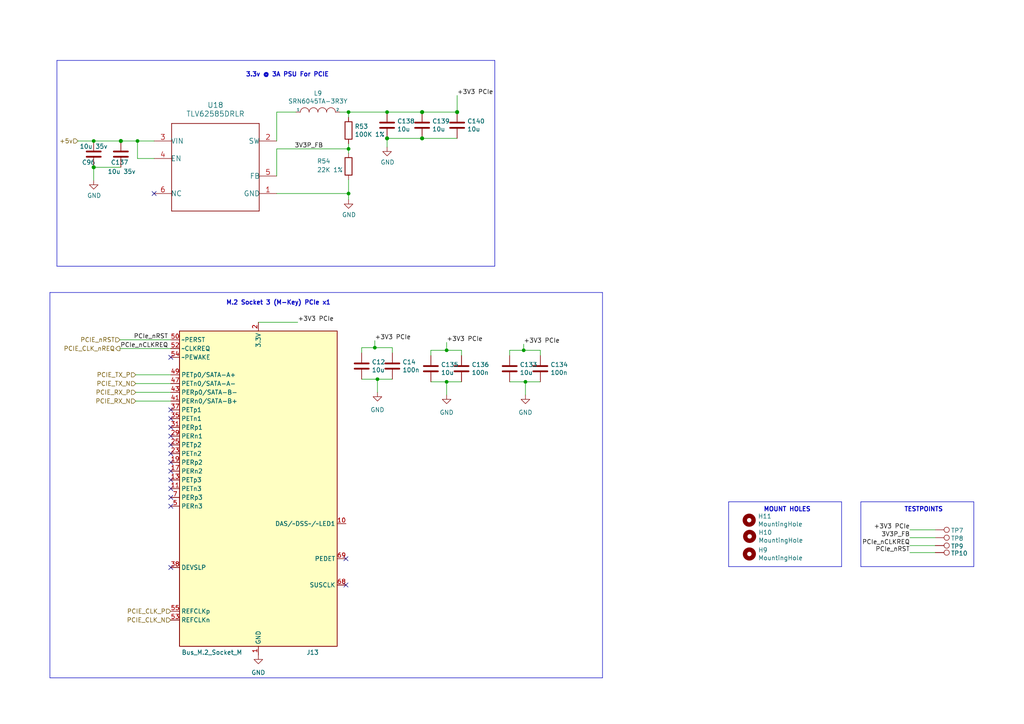
<source format=kicad_sch>
(kicad_sch (version 20210621) (generator eeschema)
  (paper "A4")
  (title_block (title "srvant-board MK1") (date "2021-07-14") (rev "rev-0.1dev"))
  (lib_symbols
    (symbol "Connector:Bus_M.2_Socket_M"
      (property "Reference" "J" (at -22.86 46.99 0))
      (property "Value" "Bus_M.2_Socket_M" (at 16.51 46.99 0))
      (symbol "Bus_M.2_Socket_M_0_1"
        (rectangle (start -22.86 45.72) (end 22.86 -45.72) (stroke (width 0.254)) (fill (type background)))
      )
      (symbol "Bus_M.2_Socket_M_1_1"
        (pin power_in line (at 0 -48.26 90) (length 2.54) (name "GND") (number "1"))
        (pin bidirectional line (at 25.4 -10.16 180) (length 2.54) (name "DAS/~DSS~/~LED1") (number "10"))
        (pin output line (at -25.4 0 0) (length 2.54) (name "PETn3") (number "11"))
        (pin passive line (at 0 48.26 270) (length 2.54) hide (name "3.3V") (number "12"))
        (pin output line (at -25.4 2.54 0) (length 2.54) (name "PETp3") (number "13"))
        (pin passive line (at 0 48.26 270) (length 2.54) hide (name "3.3V") (number "14"))
        (pin passive line (at 0 -48.26 90) (length 2.54) hide (name "GND") (number "15"))
        (pin passive line (at 0 48.26 270) (length 2.54) hide (name "3.3V") (number "16"))
        (pin input line (at -25.4 5.08 0) (length 2.54) (name "PERn2") (number "17"))
        (pin passive line (at 0 48.26 270) (length 2.54) hide (name "3.3V") (number "18"))
        (pin input line (at -25.4 7.62 0) (length 2.54) (name "PERp2") (number "19"))
        (pin power_in line (at 0 48.26 270) (length 2.54) (name "3.3V") (number "2"))
        (pin no_connect line (at 22.86 2.54 180) (length 2.54) hide (name "NC") (number "20"))
        (pin passive line (at 0 -48.26 90) (length 2.54) hide (name "GND") (number "21"))
        (pin no_connect line (at 22.86 5.08 180) (length 2.54) hide (name "NC") (number "22"))
        (pin output line (at -25.4 10.16 0) (length 2.54) (name "PETn2") (number "23"))
        (pin no_connect line (at 22.86 7.62 180) (length 2.54) hide (name "NC") (number "24"))
        (pin output line (at -25.4 12.7 0) (length 2.54) (name "PETp2") (number "25"))
        (pin no_connect line (at 22.86 10.16 180) (length 2.54) hide (name "NC") (number "26"))
        (pin passive line (at 0 -48.26 90) (length 2.54) hide (name "GND") (number "27"))
        (pin no_connect line (at 22.86 12.7 180) (length 2.54) hide (name "NC") (number "28"))
        (pin input line (at -25.4 15.24 0) (length 2.54) (name "PERn1") (number "29"))
        (pin passive line (at 0 -48.26 90) (length 2.54) hide (name "GND") (number "3"))
        (pin no_connect line (at 22.86 15.24 180) (length 2.54) hide (name "NC") (number "30"))
        (pin input line (at -25.4 17.78 0) (length 2.54) (name "PERp1") (number "31"))
        (pin no_connect line (at 22.86 17.78 180) (length 2.54) hide (name "NC") (number "32"))
        (pin passive line (at 0 -48.26 90) (length 2.54) hide (name "GND") (number "33"))
        (pin no_connect line (at 22.86 20.32 180) (length 2.54) hide (name "NC") (number "34"))
        (pin output line (at -25.4 20.32 0) (length 2.54) (name "PETn1") (number "35"))
        (pin no_connect line (at 22.86 22.86 180) (length 2.54) hide (name "NC") (number "36"))
        (pin output line (at -25.4 22.86 0) (length 2.54) (name "PETp1") (number "37"))
        (pin output line (at -25.4 -22.86 0) (length 2.54) (name "DEVSLP") (number "38"))
        (pin passive line (at 0 -48.26 90) (length 2.54) hide (name "GND") (number "39"))
        (pin passive line (at 0 48.26 270) (length 2.54) hide (name "3.3V") (number "4"))
        (pin no_connect line (at 22.86 25.4 180) (length 2.54) hide (name "NC") (number "40"))
        (pin input line (at -25.4 25.4 0) (length 2.54) (name "PERn0/SATA-B+") (number "41"))
        (pin no_connect line (at 22.86 27.94 180) (length 2.54) hide (name "NC") (number "42"))
        (pin input line (at -25.4 27.94 0) (length 2.54) (name "PERp0/SATA-B-") (number "43"))
        (pin no_connect line (at 22.86 30.48 180) (length 2.54) hide (name "NC") (number "44"))
        (pin passive line (at 0 -48.26 90) (length 2.54) hide (name "GND") (number "45"))
        (pin no_connect line (at 22.86 33.02 180) (length 2.54) hide (name "NC") (number "46"))
        (pin output line (at -25.4 30.48 0) (length 2.54) (name "PETn0/SATA-A-") (number "47"))
        (pin no_connect line (at 22.86 35.56 180) (length 2.54) hide (name "NC") (number "48"))
        (pin output line (at -25.4 33.02 0) (length 2.54) (name "PETp0/SATA-A+") (number "49"))
        (pin input line (at -25.4 -5.08 0) (length 2.54) (name "PERn3") (number "5"))
        (pin output line (at -25.4 43.18 0) (length 2.54) (name "~PERST") (number "50"))
        (pin passive line (at 0 -48.26 90) (length 2.54) hide (name "GND") (number "51"))
        (pin bidirectional line (at -25.4 40.64 0) (length 2.54) (name "~CLKREQ") (number "52"))
        (pin output line (at -25.4 -38.1 0) (length 2.54) (name "REFCLKn") (number "53"))
        (pin bidirectional line (at -25.4 38.1 0) (length 2.54) (name "~PEWAKE") (number "54"))
        (pin output line (at -25.4 -35.56 0) (length 2.54) (name "REFCLKp") (number "55"))
        (pin no_connect line (at 22.86 38.1 180) (length 2.54) hide (name "NC") (number "56"))
        (pin passive line (at 0 -48.26 90) (length 2.54) hide (name "GND") (number "57"))
        (pin no_connect line (at 22.86 40.64 180) (length 2.54) hide (name "NC") (number "58"))
        (pin no_connect line (at 22.86 -2.54 180) (length 2.54) hide (name "NC") (number "6"))
        (pin no_connect line (at 22.86 -5.08 180) (length 2.54) hide (name "NC") (number "67"))
        (pin output line (at 25.4 -27.94 180) (length 2.54) (name "SUSCLK") (number "68"))
        (pin passive line (at 25.4 -20.32 180) (length 2.54) (name "PEDET") (number "69"))
        (pin input line (at -25.4 -2.54 0) (length 2.54) (name "PERp3") (number "7"))
        (pin passive line (at 0 48.26 270) (length 2.54) hide (name "3.3V") (number "70"))
        (pin passive line (at 0 -48.26 90) (length 2.54) hide (name "GND") (number "71"))
        (pin passive line (at 0 48.26 270) (length 2.54) hide (name "3.3V") (number "72"))
        (pin passive line (at 0 -48.26 90) (length 2.54) hide (name "GND") (number "73"))
        (pin passive line (at 0 48.26 270) (length 2.54) hide (name "3.3V") (number "74"))
        (pin passive line (at 0 -48.26 90) (length 2.54) hide (name "GND") (number "75"))
        (pin no_connect line (at 22.86 0 180) (length 2.54) hide (name "NC") (number "8"))
        (pin passive line (at 0 -48.26 90) (length 2.54) hide (name "GND") (number "9"))
      )
    )
    (symbol "Connector:TestPoint" (pin_numbers hide) (pin_names (offset 0.762) hide)
      (property "Reference" "TP" (at 0 6.858 0))
      (property "Value" "TestPoint" (at 0 5.08 0))
      (symbol "TestPoint_0_1"
        (circle (center 0 3.302) (radius 0.762))
      )
      (symbol "TestPoint_1_1"
        (pin passive line (at 0 0 90) (length 2.54) (name "1") (number "1"))
      )
    )
    (symbol "Device:C" (pin_numbers hide) (pin_names (offset 0.254))
      (property "Reference" "C" (at 0.635 2.54 0))
      (property "Value" "C" (at 0.635 -2.54 0))
      (symbol "C_0_1"
        (polyline (pts (xy -2.032 -0.762) (xy 2.032 -0.762)) (stroke (width 0.508)))
        (polyline (pts (xy -2.032 0.762) (xy 2.032 0.762)) (stroke (width 0.508)))
      )
      (symbol "C_1_1"
        (pin passive line (at 0 3.81 270) (length 2.794) (name "~") (number "1"))
        (pin passive line (at 0 -3.81 90) (length 2.794) (name "~") (number "2"))
      )
    )
    (symbol "Device:R" (pin_numbers hide) (pin_names (offset 0))
      (property "Reference" "R" (at 2.032 0 90))
      (property "Value" "R" (at 0 0 90))
      (symbol "R_0_1"
        (rectangle (start -1.016 -2.54) (end 1.016 2.54) (stroke (width 0.254)))
      )
      (symbol "R_1_1"
        (pin passive line (at 0 3.81 270) (length 1.27) (name "~") (number "1"))
        (pin passive line (at 0 -3.81 90) (length 1.27) (name "~") (number "2"))
      )
    )
    (symbol "Mechanical:MountingHole"
      (property "Reference" "H" (at 0 5.08 0))
      (property "Value" "MountingHole" (at 0 3.175 0))
      (symbol "MountingHole_0_1"
        (circle (center 0 0) (radius 1.27) (stroke (width 1.27)))
      )
    )
    (symbol "TLV62585DRLR:TLV62585DRLR" (pin_names (offset -0.254))
      (property "Reference" "U" (at 0 2.54 0))
      (property "Value" "TLV62585DRLR" (at 0 0 0))
      (symbol "TLV62585DRLR_1_1"
        (polyline (pts (xy -12.7 -12.7) (xy 12.7 -12.7)) (stroke (width 0.2032)))
        (polyline (pts (xy -12.7 12.7) (xy -12.7 -12.7)) (stroke (width 0.2032)))
        (polyline (pts (xy 12.7 -12.7) (xy 12.7 12.7)) (stroke (width 0.2032)))
        (polyline (pts (xy 12.7 12.7) (xy -12.7 12.7)) (stroke (width 0.2032)))
        (pin power_in line (at 17.78 -7.62 180) (length 5.08) (name "GND") (number "1"))
        (pin power_in line (at 17.78 7.62 180) (length 5.08) (name "SW") (number "2"))
        (pin power_in line (at -17.78 7.62 0) (length 5.08) (name "VIN") (number "3"))
        (pin input line (at -17.78 2.54 0) (length 5.08) (name "EN") (number "4"))
        (pin input line (at 17.78 -2.54 180) (length 5.08) (name "FB") (number "5"))
        (pin unspecified line (at -17.78 -7.62 0) (length 5.08) (name "NC") (number "6"))
      )
    )
    (symbol "power:GND" (power) (pin_names (offset 0))
      (property "Value" "GND" (at 0 -3.81 0))
      (symbol "GND_0_1"
        (polyline (pts (xy 0 0) (xy 0 -1.27) (xy 1.27 -1.27) (xy 0 -2.54) (xy -1.27 -1.27) (xy 0 -1.27)))
      )
      (symbol "GND_1_1"
        (pin power_in line (at 0 0 270) (length 0) hide (name "GND") (number "1"))
      )
    )
    (symbol "pspice:INDUCTOR" (pin_numbers hide) (pin_names (offset 0))
      (property "Reference" "L" (at 0 2.54 0))
      (property "Value" "INDUCTOR" (at 0 -1.27 0))
      (symbol "INDUCTOR_0_1"
        (arc (start -2.54 0) (end -5.08 0) (radius (at -3.81 0) (length 1.27) (angles 0.1 179.9)))
        (arc (start 0 0) (end -2.54 0) (radius (at -1.27 0) (length 1.27) (angles 0.1 179.9)))
        (arc (start 2.54 0) (end 0 0) (radius (at 1.27 0) (length 1.27) (angles 0.1 179.9)))
        (arc (start 5.08 0) (end 2.54 0) (radius (at 3.81 0) (length 1.27) (angles 0.1 179.9)))
      )
      (symbol "INDUCTOR_1_1"
        (pin input line (at -6.35 0 0) (length 1.27) (name "1") (number "1"))
        (pin input line (at 6.35 0 180) (length 1.27) (name "2") (number "2"))
      )
    )
  )
  (junction (at 27.178 40.894) (diameter 0.9144))
  (junction (at 27.178 48.514) (diameter 1.016))
  (junction (at 35.052 40.894) (diameter 1.016))
  (junction (at 39.878 40.894) (diameter 0.9144))
  (junction (at 101.092 32.512) (diameter 0.9144))
  (junction (at 101.092 43.18) (diameter 0.9144))
  (junction (at 101.092 56.134) (diameter 0.9144))
  (junction (at 108.712 100.838) (diameter 0.9144))
  (junction (at 109.474 109.982) (diameter 0.9144))
  (junction (at 112.268 32.512) (diameter 0.9144))
  (junction (at 112.268 40.132) (diameter 1.016))
  (junction (at 122.428 32.512) (diameter 1.016))
  (junction (at 122.428 40.132) (diameter 1.016))
  (junction (at 129.54 101.6) (diameter 0.9144))
  (junction (at 129.54 110.744) (diameter 0.9144))
  (junction (at 132.588 32.512) (diameter 1.016))
  (junction (at 151.892 101.6) (diameter 0.9144))
  (junction (at 152.4 110.744) (diameter 0.9144))
  (no_connect (at 44.704 56.134))
  (no_connect (at 49.53 103.632))
  (no_connect (at 49.53 118.872))
  (no_connect (at 49.53 121.412))
  (no_connect (at 49.53 123.952))
  (no_connect (at 49.53 126.492))
  (no_connect (at 49.53 129.032))
  (no_connect (at 49.53 131.572))
  (no_connect (at 49.53 134.112))
  (no_connect (at 49.53 136.652))
  (no_connect (at 49.53 139.192))
  (no_connect (at 49.53 141.732))
  (no_connect (at 49.53 144.272))
  (no_connect (at 49.53 146.812))
  (no_connect (at 49.53 164.592))
  (no_connect (at 100.33 162.052))
  (no_connect (at 100.33 169.672))
  (wire (pts (xy 22.606 40.894) (xy 27.178 40.894)))
  (wire (pts (xy 27.178 40.894) (xy 35.052 40.894)))
  (wire (pts (xy 27.178 48.514) (xy 27.178 52.324)))
  (wire (pts (xy 27.178 48.514) (xy 35.052 48.514)))
  (wire (pts (xy 34.798 98.552) (xy 49.53 98.552)))
  (wire (pts (xy 34.798 101.092) (xy 49.53 101.092)))
  (wire (pts (xy 35.052 40.894) (xy 39.878 40.894)))
  (wire (pts (xy 39.37 108.712) (xy 49.53 108.712)))
  (wire (pts (xy 39.37 111.252) (xy 49.53 111.252)))
  (wire (pts (xy 39.37 113.792) (xy 49.53 113.792)))
  (wire (pts (xy 39.37 116.332) (xy 49.53 116.332)))
  (wire (pts (xy 39.878 40.894) (xy 44.704 40.894)))
  (wire (pts (xy 39.878 45.974) (xy 39.878 40.894)))
  (wire (pts (xy 44.704 45.974) (xy 39.878 45.974)))
  (wire (pts (xy 74.93 93.472) (xy 86.36 93.472)))
  (wire (pts (xy 80.264 32.512) (xy 85.852 32.512)))
  (wire (pts (xy 80.264 40.894) (xy 80.264 32.512)))
  (wire (pts (xy 80.264 43.18) (xy 101.092 43.18)))
  (wire (pts (xy 80.264 51.054) (xy 80.264 43.18)))
  (wire (pts (xy 80.264 56.134) (xy 101.092 56.134)))
  (wire (pts (xy 98.552 32.512) (xy 101.092 32.512)))
  (wire (pts (xy 101.092 32.512) (xy 101.092 34.036)))
  (wire (pts (xy 101.092 32.512) (xy 112.268 32.512)))
  (wire (pts (xy 101.092 41.656) (xy 101.092 43.18)))
  (wire (pts (xy 101.092 43.18) (xy 101.092 44.45)))
  (wire (pts (xy 101.092 52.07) (xy 101.092 56.134)))
  (wire (pts (xy 101.092 56.134) (xy 101.092 57.912)))
  (wire (pts (xy 104.902 100.838) (xy 108.712 100.838)))
  (wire (pts (xy 104.902 102.362) (xy 104.902 100.838)))
  (wire (pts (xy 104.902 109.982) (xy 109.474 109.982)))
  (wire (pts (xy 108.712 98.806) (xy 108.712 100.838)))
  (wire (pts (xy 108.712 100.838) (xy 113.792 100.838)))
  (wire (pts (xy 109.474 109.982) (xy 109.474 113.792)))
  (wire (pts (xy 109.474 109.982) (xy 113.792 109.982)))
  (wire (pts (xy 112.268 32.512) (xy 122.428 32.512)))
  (wire (pts (xy 112.268 40.132) (xy 112.268 42.672)))
  (wire (pts (xy 113.792 100.838) (xy 113.792 102.362)))
  (wire (pts (xy 122.428 32.512) (xy 132.588 32.512)))
  (wire (pts (xy 122.428 40.132) (xy 112.268 40.132)))
  (wire (pts (xy 124.968 101.6) (xy 129.54 101.6)))
  (wire (pts (xy 124.968 103.124) (xy 124.968 101.6)))
  (wire (pts (xy 124.968 110.744) (xy 129.54 110.744)))
  (wire (pts (xy 129.54 99.314) (xy 129.54 101.6)))
  (wire (pts (xy 129.54 101.6) (xy 133.858 101.6)))
  (wire (pts (xy 129.54 110.744) (xy 129.54 114.554)))
  (wire (pts (xy 129.54 110.744) (xy 133.858 110.744)))
  (wire (pts (xy 132.588 32.512) (xy 132.588 27.686)))
  (wire (pts (xy 132.588 40.132) (xy 122.428 40.132)))
  (wire (pts (xy 133.858 101.6) (xy 133.858 103.124)))
  (wire (pts (xy 147.828 101.6) (xy 151.892 101.6)))
  (wire (pts (xy 147.828 103.124) (xy 147.828 101.6)))
  (wire (pts (xy 147.828 110.744) (xy 152.4 110.744)))
  (wire (pts (xy 151.892 99.822) (xy 151.892 101.6)))
  (wire (pts (xy 151.892 101.6) (xy 156.718 101.6)))
  (wire (pts (xy 152.4 110.744) (xy 152.4 114.554)))
  (wire (pts (xy 152.4 110.744) (xy 156.718 110.744)))
  (wire (pts (xy 156.718 101.6) (xy 156.718 103.124)))
  (wire (pts (xy 263.906 153.67) (xy 271.272 153.67)))
  (wire (pts (xy 263.906 155.956) (xy 271.272 155.956)))
  (wire (pts (xy 263.906 158.242) (xy 271.272 158.242)))
  (wire (pts (xy 263.906 160.274) (xy 271.272 160.274)))
  (polyline (pts (xy 14.478 84.836) (xy 14.478 196.596)) (stroke (width 0.1524) (type solid)))
  (polyline (pts (xy 14.478 84.836) (xy 174.752 84.836)) (stroke (width 0.1524) (type solid)))
  (polyline (pts (xy 14.478 196.596) (xy 174.752 196.596)) (stroke (width 0.1524) (type solid)))
  (polyline (pts (xy 16.51 17.526) (xy 16.51 77.216)) (stroke (width 0) (type solid)))
  (polyline (pts (xy 16.51 17.526) (xy 143.51 17.526)) (stroke (width 0) (type solid)))
  (polyline (pts (xy 143.51 17.526) (xy 143.51 77.216)) (stroke (width 0) (type solid)))
  (polyline (pts (xy 143.51 77.216) (xy 16.51 77.216)) (stroke (width 0) (type solid)))
  (polyline (pts (xy 174.752 196.596) (xy 174.752 84.836)) (stroke (width 0.1524) (type solid)))
  (polyline (pts (xy 211.328 164.338) (xy 211.328 145.542)) (stroke (width 0.1524) (type solid)))
  (polyline (pts (xy 244.094 145.542) (xy 211.328 145.542)) (stroke (width 0) (type solid)))
  (polyline (pts (xy 244.094 145.542) (xy 244.094 164.338)) (stroke (width 0.1524) (type solid)))
  (polyline (pts (xy 244.094 164.338) (xy 211.328 164.338)) (stroke (width 0.1524) (type solid)))
  (polyline (pts (xy 249.682 164.338) (xy 249.682 145.542)) (stroke (width 0.1524) (type solid)))
  (polyline (pts (xy 282.448 145.542) (xy 249.682 145.542)) (stroke (width 0) (type solid)))
  (polyline (pts (xy 282.448 145.542) (xy 282.448 164.338)) (stroke (width 0.1524) (type solid)))
  (polyline (pts (xy 282.448 164.338) (xy 249.682 164.338)) (stroke (width 0.1524) (type solid)))
  (text "M.2 Socket 3 (M-Key) PCIe x1" (at 65.532 88.646 0) (effects (font (size 1.27 1.27) (thickness 0.254) bold) (justify left bottom)))
  (text "3.3v @ 3A PSU For PCIE\n\n" (at 71.247 24.511 0) (effects (font (size 1.27 1.27) (thickness 0.254) bold) (justify left bottom)))
  (text "MOUNT HOLES" (at 235.204 148.59 180) (effects (font (size 1.27 1.27) (thickness 0.254) bold) (justify right bottom)))
  (text "TESTPOINTS" (at 273.558 148.59 180) (effects (font (size 1.27 1.27) (thickness 0.254) bold) (justify right bottom)))
  (label "PCIe_nRST" (at 48.768 98.552 180))
  (label "PCIe_nCLKREQ" (at 48.768 101.092 180))
  (label "+3V3 PCIe" (at 86.36 93.472 0))
  (label "3V3P_FB" (at 93.726 43.18 180))
  (label "+3V3 PCIe" (at 108.712 98.806 0))
  (label "+3V3 PCIe" (at 129.54 99.314 0))
  (label "+3V3 PCIe" (at 132.588 27.686 0))
  (label "+3V3 PCIe" (at 151.892 99.822 0))
  (label "+3V3 PCIe" (at 263.906 153.67 180))
  (label "3V3P_FB" (at 263.906 155.956 180))
  (label "PCIe_nCLKREQ" (at 263.906 158.242 180))
  (label "PCIe_nRST" (at 263.906 160.274 180))
  (hierarchical_label "+5v" (shape input) (at 22.606 40.894 180))
  (hierarchical_label "PCIE_nRST" (shape input) (at 34.798 98.552 180))
  (hierarchical_label "PCIE_CLK_nREQ" (shape output) (at 34.798 101.092 180))
  (hierarchical_label "PCIE_TX_P" (shape input) (at 39.37 108.712 180))
  (hierarchical_label "PCIE_TX_N" (shape input) (at 39.37 111.252 180))
  (hierarchical_label "PCIE_RX_P" (shape input) (at 39.37 113.792 180))
  (hierarchical_label "PCIE_RX_N" (shape input) (at 39.37 116.332 180))
  (hierarchical_label "PCIE_CLK_P" (shape input) (at 49.53 177.292 180))
  (hierarchical_label "PCIE_CLK_N" (shape input) (at 49.53 179.832 180))
  (symbol (lib_id "Connector:TestPoint") (at 271.272 153.67 270) (unit 1)
    (property "Reference" "TP7" (at 275.7932 153.8732 90) (effects (justify left)))
    (property "Value" "TestPoint" (effects hide))
    (property "Footprint" "TestPoint:TestPoint_Pad_1.5x1.5mm" (effects hide))
    (property "Field4" "nf" (effects hide))
    (property "Field5" "nf" (effects hide))
    (property "Field6" "nf" (effects hide))
    (property "Field7" "nf" (effects hide))
  )
  (symbol (lib_id "Connector:TestPoint") (at 271.272 155.956 270) (unit 1)
    (property "Reference" "TP8" (at 275.7932 156.1592 90) (effects (justify left)))
    (property "Value" "TestPoint" (effects hide))
    (property "Footprint" "TestPoint:TestPoint_Pad_2.0x2.0mm" (effects hide))
    (property "Field4" "nf" (effects hide))
    (property "Field5" "nf" (effects hide))
    (property "Field6" "nf" (effects hide))
    (property "Field7" "nf" (effects hide))
  )
  (symbol (lib_id "Connector:TestPoint") (at 271.272 158.242 270) (unit 1)
    (property "Reference" "TP9" (at 275.7932 158.4452 90) (effects (justify left)))
    (property "Value" "TestPoint" (effects hide))
    (property "Footprint" "TestPoint:TestPoint_Pad_2.0x2.0mm" (effects hide))
    (property "Field4" "nf" (effects hide))
    (property "Field5" "nf" (effects hide))
    (property "Field6" "nf" (effects hide))
    (property "Field7" "nf" (effects hide))
  )
  (symbol (lib_id "Connector:TestPoint") (at 271.272 160.274 270) (unit 1)
    (property "Reference" "TP10" (at 275.7932 160.4772 90) (effects (justify left)))
    (property "Value" "TestPoint" (effects hide))
    (property "Footprint" "TestPoint:TestPoint_Pad_2.0x2.0mm" (effects hide))
    (property "Field4" "nf" (effects hide))
    (property "Field5" "nf" (effects hide))
    (property "Field6" "nf" (effects hide))
    (property "Field7" "nf" (effects hide))
  )
  (symbol (lib_id "power:GND") (at 27.178 52.324 0) (unit 1)
    (property "Reference" "#PWR0132" (effects hide))
    (property "Value" "GND" (at 27.305 56.7182 0))
  )
  (symbol (lib_id "power:GND") (at 74.93 189.992 0) (unit 1)
    (property "Reference" "#PWR0193" (effects hide))
    (property "Value" "GND" (at 74.93 195.072 0))
  )
  (symbol (lib_id "power:GND") (at 101.092 57.912 0) (unit 1)
    (property "Reference" "#PWR0139" (effects hide))
    (property "Value" "GND" (at 101.219 62.3062 0))
  )
  (symbol (lib_id "power:GND") (at 109.474 113.792 0) (unit 1)
    (property "Reference" "#PWR0217" (effects hide))
    (property "Value" "GND" (at 109.474 118.872 0))
  )
  (symbol (lib_id "power:GND") (at 112.268 42.672 0) (unit 1)
    (property "Reference" "#PWR0183" (effects hide))
    (property "Value" "GND" (at 112.395 47.0662 0))
  )
  (symbol (lib_id "power:GND") (at 129.54 114.554 0) (unit 1)
    (property "Reference" "#PWR0216" (effects hide))
    (property "Value" "GND" (at 129.54 119.634 0))
  )
  (symbol (lib_id "power:GND") (at 152.4 114.554 0) (unit 1)
    (property "Reference" "#PWR0215" (effects hide))
    (property "Value" "GND" (at 152.4 119.634 0))
  )
  (symbol (lib_id "Mechanical:MountingHole") (at 217.297 150.876 0) (unit 1)
    (property "Reference" "H11" (at 219.837 149.733 0) (effects (justify left)))
    (property "Value" "MountingHole" (at 219.837 152.019 0) (effects (justify left)))
    (property "Footprint" "MountingHole:MountingHole_2.5mm_Pad_TopOnly" (effects hide))
    (property "Datasheet" "~{}" (effects hide))
    (property "Field4" "nf" (effects hide))
    (property "Field5" "nf" (effects hide))
    (property "Field6" "nf" (effects hide))
    (property "Field7" "nf" (effects hide))
    (property "Part Description" "M2.5 mounting hole" (effects hide))
  )
  (symbol (lib_id "Mechanical:MountingHole") (at 217.3478 160.6804 0) (unit 1)
    (property "Reference" "H9" (at 219.8878 159.5374 0) (effects (justify left)))
    (property "Value" "MountingHole" (at 219.8878 161.8234 0) (effects (justify left)))
    (property "Footprint" "MountingHole:MountingHole_2.5mm_Pad_TopOnly" (effects hide))
    (property "Datasheet" "~{}" (effects hide))
    (property "Field4" "nf" (effects hide))
    (property "Field5" "nf" (effects hide))
    (property "Field6" "nf" (effects hide))
    (property "Field7" "nf" (effects hide))
    (property "Part Description" "M2.5 mounting hole" (effects hide))
  )
  (symbol (lib_id "Mechanical:MountingHole") (at 217.424 155.575 0) (unit 1)
    (property "Reference" "H10" (at 219.964 154.432 0) (effects (justify left)))
    (property "Value" "MountingHole" (at 219.964 156.718 0) (effects (justify left)))
    (property "Footprint" "MountingHole:MountingHole_2.5mm_Pad_TopOnly" (effects hide))
    (property "Datasheet" "~{}" (effects hide))
    (property "Field4" "nf" (effects hide))
    (property "Field5" "nf" (effects hide))
    (property "Field6" "nf" (effects hide))
    (property "Field7" "nf" (effects hide))
    (property "Part Description" "M2.5 mounting hole" (effects hide))
  )
  (symbol (lib_id "Device:R") (at 101.092 37.846 0) (unit 1)
    (property "Reference" "R53" (at 102.87 36.6776 0) (effects (justify left)))
    (property "Value" "100K 1%" (at 102.87 38.989 0) (effects (justify left)))
    (property "Footprint" "Resistor_SMD:R_0402_1005Metric" (effects hide))
    (property "Datasheet" "https://fscdn.rohm.com/en/products/databook/datasheet/passive/resistor/chip_resistor/mcr-e.pdf" (effects hide))
    (property "Field4" "Farnell" (effects hide))
    (property "Field5" "9239375" (effects hide))
    (property "Field6" "MCR01MZPF1502" (effects hide))
    (property "Field7" "Rohm" (effects hide))
    (property "Part Description" "Resistor 100K M1005 1% 63mW" (effects hide))
    (property "Field8" "120891581" (effects hide))
  )
  (symbol (lib_id "Device:R") (at 101.092 48.26 0) (unit 1)
    (property "Reference" "R54" (at 91.948 46.736 0) (effects (justify left)))
    (property "Value" "22K 1%" (at 91.948 49.276 0) (effects (justify left)))
    (property "Footprint" "Resistor_SMD:R_0402_1005Metric" (effects hide))
    (property "Datasheet" "https://fscdn.rohm.com/en/products/databook/datasheet/passive/resistor/chip_resistor/mcr-e.pdf" (effects hide))
    (property "Field4" "Farnell" (effects hide))
    (property "Field5" "9239430" (effects hide))
    (property "Field7" "KOA EUROPE GMBH" (effects hide))
    (property "Field6" "RK73G1ETQTP4702D  " (effects hide))
    (property "Part Description" "Resistor 22K M1005 1% 63mW" (effects hide))
    (property "Field8" "120892781" (effects hide))
  )
  (symbol (lib_id "pspice:INDUCTOR") (at 92.202 32.512 0) (unit 1)
    (property "Reference" "L9" (at 92.202 27.051 0))
    (property "Value" "SRN6045TA-3R3Y" (at 92.202 29.3624 0))
    (property "Footprint" "Inductor_SMD:L_Bourns_SRN6045TA" (effects hide))
    (property "Datasheet" "https://www.bourns.com/docs/Product-Datasheets/SRN6045TA.pdf" (effects hide))
    (property "Field4" "Farnell" (effects hide))
    (property "Field5" "2616889" (effects hide))
    (property "Field6" "SRN6045TA-3R3Y" (effects hide))
    (property "Field7" "Bourns" (effects hide))
    (property "Part Description" "3.3µH Semi-Shielded Wirewound Inductor 7.8A 21mOhm Nonstandard" (effects hide))
  )
  (symbol (lib_id "Device:C") (at 27.178 44.704 0) (unit 1)
    (property "Reference" "C96" (at 23.749 47.0916 0) (effects (justify left)))
    (property "Value" "10u 35v" (at 23.0886 42.4688 0) (effects (justify left)))
    (property "Footprint" "Capacitor_SMD:C_0805_2012Metric" (effects hide))
    (property "Datasheet" "https://www.murata.com/en-global/products/productdetail.aspx?partno=GRM21BC8YA106ME11%23" (effects hide))
    (property "Field5" "490-10505-1-ND" (effects hide))
    (property "Field4" "Digikey" (effects hide))
    (property "Field6" "GRM21BC8YA106KE11L " (effects hide))
    (property "Field7" "Murata" (effects hide))
    (property "Part Description" "	10uF 10% or 20% 35V Ceramic Capacitor X6S 0805 (2012 Metric)" (effects hide))
  )
  (symbol (lib_id "Device:C") (at 35.052 44.704 0) (unit 1)
    (property "Reference" "C137" (at 32.131 47.0916 0) (effects (justify left)))
    (property "Value" "10u 35v" (at 31.2166 49.7586 0) (effects (justify left)))
    (property "Footprint" "Capacitor_SMD:C_0805_2012Metric" (effects hide))
    (property "Datasheet" "https://www.murata.com/en-global/products/productdetail.aspx?partno=GRM21BC8YA106ME11%23" (effects hide))
    (property "Field5" "490-10505-1-ND" (effects hide))
    (property "Field4" "Digikey" (effects hide))
    (property "Field6" "GRM21BC8YA106KE11L " (effects hide))
    (property "Field7" "Murata" (effects hide))
    (property "Part Description" "	10uF 10% or 20% 35V Ceramic Capacitor X6S 0805 (2012 Metric)" (effects hide))
  )
  (symbol (lib_id "Device:C") (at 104.902 106.172 0) (unit 1)
    (property "Reference" "C12" (at 107.823 105.0036 0) (effects (justify left)))
    (property "Value" "10u" (at 107.823 107.315 0) (effects (justify left)))
    (property "Footprint" "Capacitor_SMD:C_0805_2012Metric" (effects hide))
    (property "Datasheet" "https://search.murata.co.jp/Ceramy/image/img/A01X/G101/ENG/GRM21BR71A106KA73-01.pdf" (effects hide))
    (property "Field5" "490-14381-1-ND" (effects hide))
    (property "Field4" "Digikey" (effects hide))
    (property "Field6" "GRM21BR71A106KA73L" (effects hide))
    (property "Field7" "Murata" (effects hide))
    (property "Part Description" "	10uF 10% 10V Ceramic Capacitor X7R 0805 (2012 Metric)" (effects hide))
    (property "Field8" "111893011" (effects hide))
  )
  (symbol (lib_id "Device:C") (at 112.268 36.322 0) (unit 1)
    (property "Reference" "C138" (at 115.189 35.1536 0) (effects (justify left)))
    (property "Value" "10u" (at 115.189 37.465 0) (effects (justify left)))
    (property "Footprint" "Capacitor_SMD:C_0805_2012Metric" (effects hide))
    (property "Datasheet" "https://search.murata.co.jp/Ceramy/image/img/A01X/G101/ENG/GRM21BR71A106KA73-01.pdf" (effects hide))
    (property "Field5" "490-14381-1-ND" (effects hide))
    (property "Field4" "Digikey" (effects hide))
    (property "Field6" "GRM21BR71A106KA73L" (effects hide))
    (property "Field7" "Murata" (effects hide))
    (property "Part Description" "	10uF 10% 10V Ceramic Capacitor X7R 0805 (2012 Metric)" (effects hide))
    (property "Field8" "111893011" (effects hide))
  )
  (symbol (lib_id "Device:C") (at 113.792 106.172 0) (unit 1)
    (property "Reference" "C14" (at 116.713 105.0036 0) (effects (justify left)))
    (property "Value" "100n" (at 116.713 107.315 0) (effects (justify left)))
    (property "Footprint" "Capacitor_SMD:C_0805_2012Metric" (effects hide))
    (property "Datasheet" "https://search.murata.co.jp/Ceramy/image/img/A01X/G101/ENG/GRM155R71C104KA88-01.pdf" (effects hide))
    (property "Field4" "Farnell" (effects hide))
    (property "Field5" "2611911" (effects hide))
    (property "Field6" "RM EMK105 B7104KV-F" (effects hide))
    (property "Field7" "TAIYO YUDEN EUROPE GMBH" (effects hide))
    (property "Part Description" "	0.1uF 10% 16V Ceramic Capacitor X7R 0402 (1005 Metric)" (effects hide))
    (property "Field8" "110091611" (effects hide))
  )
  (symbol (lib_id "Device:C") (at 122.428 36.322 0) (unit 1)
    (property "Reference" "C139" (at 125.349 35.1536 0) (effects (justify left)))
    (property "Value" "10u" (at 125.349 37.465 0) (effects (justify left)))
    (property "Footprint" "Capacitor_SMD:C_0805_2012Metric" (effects hide))
    (property "Datasheet" "https://search.murata.co.jp/Ceramy/image/img/A01X/G101/ENG/GRM21BR71A106KA73-01.pdf" (effects hide))
    (property "Field5" "490-14381-1-ND" (effects hide))
    (property "Field4" "Digikey" (effects hide))
    (property "Field6" "GRM21BR71A106KA73L" (effects hide))
    (property "Field7" "Murata" (effects hide))
    (property "Part Description" "	10uF 10% 10V Ceramic Capacitor X7R 0805 (2012 Metric)" (effects hide))
    (property "Field8" "111893011" (effects hide))
  )
  (symbol (lib_id "Device:C") (at 124.968 106.934 0) (unit 1)
    (property "Reference" "C135" (at 127.889 105.7656 0) (effects (justify left)))
    (property "Value" "10u" (at 127.889 108.077 0) (effects (justify left)))
    (property "Footprint" "Capacitor_SMD:C_0805_2012Metric" (effects hide))
    (property "Datasheet" "https://search.murata.co.jp/Ceramy/image/img/A01X/G101/ENG/GRM21BR71A106KA73-01.pdf" (effects hide))
    (property "Field5" "490-14381-1-ND" (effects hide))
    (property "Field4" "Digikey" (effects hide))
    (property "Field6" "GRM21BR71A106KA73L" (effects hide))
    (property "Field7" "Murata" (effects hide))
    (property "Part Description" "	10uF 10% 10V Ceramic Capacitor X7R 0805 (2012 Metric)" (effects hide))
    (property "Field8" "111893011" (effects hide))
  )
  (symbol (lib_id "Device:C") (at 132.588 36.322 0) (unit 1)
    (property "Reference" "C140" (at 135.509 35.1536 0) (effects (justify left)))
    (property "Value" "10u" (at 135.509 37.465 0) (effects (justify left)))
    (property "Footprint" "Capacitor_SMD:C_0805_2012Metric" (effects hide))
    (property "Datasheet" "https://search.murata.co.jp/Ceramy/image/img/A01X/G101/ENG/GRM21BR71A106KA73-01.pdf" (effects hide))
    (property "Field5" "490-14381-1-ND" (effects hide))
    (property "Field4" "Digikey" (effects hide))
    (property "Field6" "GRM21BR71A106KA73L" (effects hide))
    (property "Field7" "Murata" (effects hide))
    (property "Part Description" "	10uF 10% 10V Ceramic Capacitor X7R 0805 (2012 Metric)" (effects hide))
    (property "Field8" "111893011" (effects hide))
  )
  (symbol (lib_id "Device:C") (at 133.858 106.934 0) (unit 1)
    (property "Reference" "C136" (at 136.779 105.7656 0) (effects (justify left)))
    (property "Value" "100n" (at 136.779 108.077 0) (effects (justify left)))
    (property "Footprint" "Capacitor_SMD:C_0805_2012Metric" (effects hide))
    (property "Datasheet" "https://search.murata.co.jp/Ceramy/image/img/A01X/G101/ENG/GRM155R71C104KA88-01.pdf" (effects hide))
    (property "Field4" "Farnell" (effects hide))
    (property "Field5" "2611911" (effects hide))
    (property "Field6" "RM EMK105 B7104KV-F" (effects hide))
    (property "Field7" "TAIYO YUDEN EUROPE GMBH" (effects hide))
    (property "Part Description" "	0.1uF 10% 16V Ceramic Capacitor X7R 0402 (1005 Metric)" (effects hide))
    (property "Field8" "110091611" (effects hide))
  )
  (symbol (lib_id "Device:C") (at 147.828 106.934 0) (unit 1)
    (property "Reference" "C133" (at 150.749 105.7656 0) (effects (justify left)))
    (property "Value" "10u" (at 150.749 108.077 0) (effects (justify left)))
    (property "Footprint" "Capacitor_SMD:C_0805_2012Metric" (effects hide))
    (property "Datasheet" "https://search.murata.co.jp/Ceramy/image/img/A01X/G101/ENG/GRM21BR71A106KA73-01.pdf" (effects hide))
    (property "Field5" "490-14381-1-ND" (effects hide))
    (property "Field4" "Digikey" (effects hide))
    (property "Field6" "GRM21BR71A106KA73L" (effects hide))
    (property "Field7" "Murata" (effects hide))
    (property "Part Description" "	10uF 10% 10V Ceramic Capacitor X7R 0805 (2012 Metric)" (effects hide))
    (property "Field8" "111893011" (effects hide))
  )
  (symbol (lib_id "Device:C") (at 156.718 106.934 0) (unit 1)
    (property "Reference" "C134" (at 159.639 105.7656 0) (effects (justify left)))
    (property "Value" "100n" (at 159.639 108.077 0) (effects (justify left)))
    (property "Footprint" "Capacitor_SMD:C_0805_2012Metric" (effects hide))
    (property "Datasheet" "https://search.murata.co.jp/Ceramy/image/img/A01X/G101/ENG/GRM155R71C104KA88-01.pdf" (effects hide))
    (property "Field4" "Farnell" (effects hide))
    (property "Field5" "2611911" (effects hide))
    (property "Field6" "RM EMK105 B7104KV-F" (effects hide))
    (property "Field7" "TAIYO YUDEN EUROPE GMBH" (effects hide))
    (property "Part Description" "	0.1uF 10% 16V Ceramic Capacitor X7R 0402 (1005 Metric)" (effects hide))
    (property "Field8" "110091611" (effects hide))
  )
  (symbol (lib_id "TLV62585DRLR:TLV62585DRLR") (at 62.484 48.514 0) (unit 1)
    (property "Reference" "U18" (at 62.484 30.48 0) (effects (font (size 1.524 1.524))))
    (property "Value" "TLV62585DRLR" (at 62.484 33.02 0) (effects (font (size 1.524 1.524))))
    (property "Footprint" "srvant:TLV62585DRLR" (effects hide))
  )
  (symbol (lib_id "Connector:Bus_M.2_Socket_M") (at 74.93 141.732 0) (unit 1)
    (property "Reference" "J13" (at 90.678 189.23 0))
    (property "Value" "Bus_M.2_Socket_M" (at 61.468 189.23 0))
    (property "Footprint" "srvant:1-2199230-5" (effects hide))
    (property "Datasheet" "file:///C:/Users/gamer/AppData/Local/Temp/0900766b8173e6cb.pdf" (effects hide))
    (property "RS" "https://uk.rs-online.com/web/p/edge-connectors/2175447/" (effects hide))
  )
)
</source>
